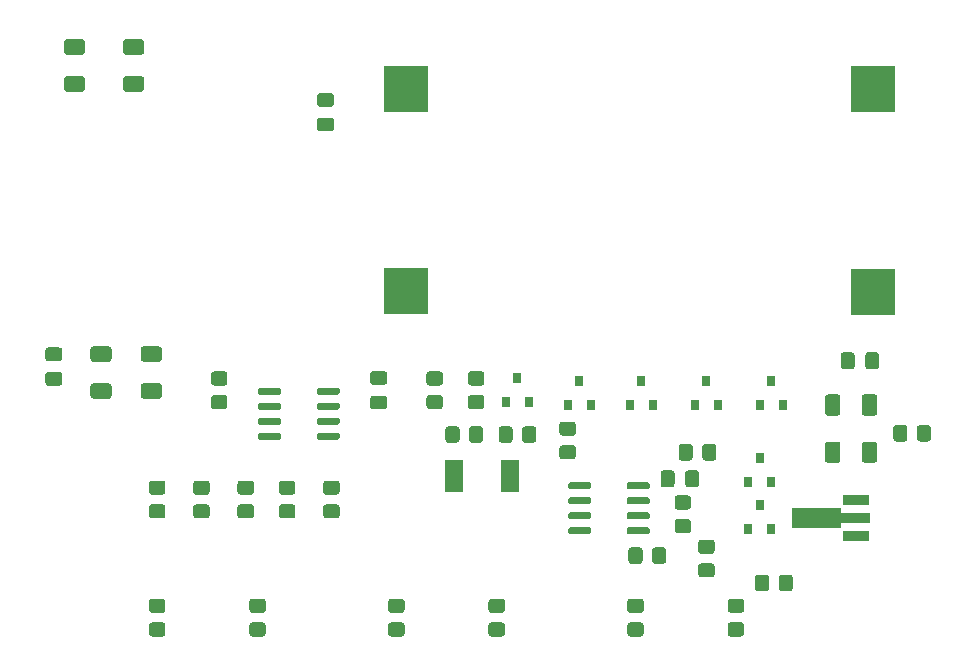
<source format=gbr>
G04 #@! TF.GenerationSoftware,KiCad,Pcbnew,5.1.10-88a1d61d58~90~ubuntu20.04.1*
G04 #@! TF.CreationDate,2021-10-05T01:19:17+01:00*
G04 #@! TF.ProjectId,lipo-discharge-protection-board,6c69706f-2d64-4697-9363-68617267652d,1*
G04 #@! TF.SameCoordinates,Original*
G04 #@! TF.FileFunction,Paste,Top*
G04 #@! TF.FilePolarity,Positive*
%FSLAX46Y46*%
G04 Gerber Fmt 4.6, Leading zero omitted, Abs format (unit mm)*
G04 Created by KiCad (PCBNEW 5.1.10-88a1d61d58~90~ubuntu20.04.1) date 2021-10-05 01:19:17*
%MOMM*%
%LPD*%
G01*
G04 APERTURE LIST*
%ADD10R,3.800000X4.000000*%
%ADD11R,1.500000X2.700000*%
%ADD12R,0.800000X0.900000*%
%ADD13R,2.300000X0.900000*%
%ADD14C,0.152400*%
G04 APERTURE END LIST*
D10*
X91325800Y-65151600D03*
X91325800Y-47981200D03*
X51854200Y-47981200D03*
X51854200Y-65126200D03*
G36*
G01*
X21525000Y-69875000D02*
X22475000Y-69875000D01*
G75*
G02*
X22725000Y-70125000I0J-250000D01*
G01*
X22725000Y-70800000D01*
G75*
G02*
X22475000Y-71050000I-250000J0D01*
G01*
X21525000Y-71050000D01*
G75*
G02*
X21275000Y-70800000I0J250000D01*
G01*
X21275000Y-70125000D01*
G75*
G02*
X21525000Y-69875000I250000J0D01*
G01*
G37*
G36*
G01*
X21525000Y-71950000D02*
X22475000Y-71950000D01*
G75*
G02*
X22725000Y-72200000I0J-250000D01*
G01*
X22725000Y-72875000D01*
G75*
G02*
X22475000Y-73125000I-250000J0D01*
G01*
X21525000Y-73125000D01*
G75*
G02*
X21275000Y-72875000I0J250000D01*
G01*
X21275000Y-72200000D01*
G75*
G02*
X21525000Y-71950000I250000J0D01*
G01*
G37*
G36*
G01*
X25349998Y-72900000D02*
X26650002Y-72900000D01*
G75*
G02*
X26900000Y-73149998I0J-249998D01*
G01*
X26900000Y-73975002D01*
G75*
G02*
X26650002Y-74225000I-249998J0D01*
G01*
X25349998Y-74225000D01*
G75*
G02*
X25100000Y-73975002I0J249998D01*
G01*
X25100000Y-73149998D01*
G75*
G02*
X25349998Y-72900000I249998J0D01*
G01*
G37*
G36*
G01*
X25349998Y-69775000D02*
X26650002Y-69775000D01*
G75*
G02*
X26900000Y-70024998I0J-249998D01*
G01*
X26900000Y-70850002D01*
G75*
G02*
X26650002Y-71100000I-249998J0D01*
G01*
X25349998Y-71100000D01*
G75*
G02*
X25100000Y-70850002I0J249998D01*
G01*
X25100000Y-70024998D01*
G75*
G02*
X25349998Y-69775000I249998J0D01*
G01*
G37*
G36*
G01*
X89800000Y-70525000D02*
X89800000Y-71475000D01*
G75*
G02*
X89550000Y-71725000I-250000J0D01*
G01*
X88875000Y-71725000D01*
G75*
G02*
X88625000Y-71475000I0J250000D01*
G01*
X88625000Y-70525000D01*
G75*
G02*
X88875000Y-70275000I250000J0D01*
G01*
X89550000Y-70275000D01*
G75*
G02*
X89800000Y-70525000I0J-250000D01*
G01*
G37*
G36*
G01*
X91875000Y-70525000D02*
X91875000Y-71475000D01*
G75*
G02*
X91625000Y-71725000I-250000J0D01*
G01*
X90950000Y-71725000D01*
G75*
G02*
X90700000Y-71475000I0J250000D01*
G01*
X90700000Y-70525000D01*
G75*
G02*
X90950000Y-70275000I250000J0D01*
G01*
X91625000Y-70275000D01*
G75*
G02*
X91875000Y-70525000I0J-250000D01*
G01*
G37*
G36*
G01*
X29599998Y-69775000D02*
X30900002Y-69775000D01*
G75*
G02*
X31150000Y-70024998I0J-249998D01*
G01*
X31150000Y-70850002D01*
G75*
G02*
X30900002Y-71100000I-249998J0D01*
G01*
X29599998Y-71100000D01*
G75*
G02*
X29350000Y-70850002I0J249998D01*
G01*
X29350000Y-70024998D01*
G75*
G02*
X29599998Y-69775000I249998J0D01*
G01*
G37*
G36*
G01*
X29599998Y-72900000D02*
X30900002Y-72900000D01*
G75*
G02*
X31150000Y-73149998I0J-249998D01*
G01*
X31150000Y-73975002D01*
G75*
G02*
X30900002Y-74225000I-249998J0D01*
G01*
X29599998Y-74225000D01*
G75*
G02*
X29350000Y-73975002I0J249998D01*
G01*
X29350000Y-73149998D01*
G75*
G02*
X29599998Y-72900000I249998J0D01*
G01*
G37*
G36*
G01*
X88600000Y-74099998D02*
X88600000Y-75400002D01*
G75*
G02*
X88350002Y-75650000I-249998J0D01*
G01*
X87524998Y-75650000D01*
G75*
G02*
X87275000Y-75400002I0J249998D01*
G01*
X87275000Y-74099998D01*
G75*
G02*
X87524998Y-73850000I249998J0D01*
G01*
X88350002Y-73850000D01*
G75*
G02*
X88600000Y-74099998I0J-249998D01*
G01*
G37*
G36*
G01*
X91725000Y-74099998D02*
X91725000Y-75400002D01*
G75*
G02*
X91475002Y-75650000I-249998J0D01*
G01*
X90649998Y-75650000D01*
G75*
G02*
X90400000Y-75400002I0J249998D01*
G01*
X90400000Y-74099998D01*
G75*
G02*
X90649998Y-73850000I249998J0D01*
G01*
X91475002Y-73850000D01*
G75*
G02*
X91725000Y-74099998I0J-249998D01*
G01*
G37*
G36*
G01*
X91725000Y-78099998D02*
X91725000Y-79400002D01*
G75*
G02*
X91475002Y-79650000I-249998J0D01*
G01*
X90649998Y-79650000D01*
G75*
G02*
X90400000Y-79400002I0J249998D01*
G01*
X90400000Y-78099998D01*
G75*
G02*
X90649998Y-77850000I249998J0D01*
G01*
X91475002Y-77850000D01*
G75*
G02*
X91725000Y-78099998I0J-249998D01*
G01*
G37*
G36*
G01*
X88600000Y-78099998D02*
X88600000Y-79400002D01*
G75*
G02*
X88350002Y-79650000I-249998J0D01*
G01*
X87524998Y-79650000D01*
G75*
G02*
X87275000Y-79400002I0J249998D01*
G01*
X87275000Y-78099998D01*
G75*
G02*
X87524998Y-77850000I249998J0D01*
G01*
X88350002Y-77850000D01*
G75*
G02*
X88600000Y-78099998I0J-249998D01*
G01*
G37*
G36*
G01*
X44525000Y-48337500D02*
X45475000Y-48337500D01*
G75*
G02*
X45725000Y-48587500I0J-250000D01*
G01*
X45725000Y-49262500D01*
G75*
G02*
X45475000Y-49512500I-250000J0D01*
G01*
X44525000Y-49512500D01*
G75*
G02*
X44275000Y-49262500I0J250000D01*
G01*
X44275000Y-48587500D01*
G75*
G02*
X44525000Y-48337500I250000J0D01*
G01*
G37*
G36*
G01*
X44525000Y-50412500D02*
X45475000Y-50412500D01*
G75*
G02*
X45725000Y-50662500I0J-250000D01*
G01*
X45725000Y-51337500D01*
G75*
G02*
X45475000Y-51587500I-250000J0D01*
G01*
X44525000Y-51587500D01*
G75*
G02*
X44275000Y-51337500I0J250000D01*
G01*
X44275000Y-50662500D01*
G75*
G02*
X44525000Y-50412500I250000J0D01*
G01*
G37*
G36*
G01*
X23099998Y-46900000D02*
X24400002Y-46900000D01*
G75*
G02*
X24650000Y-47149998I0J-249998D01*
G01*
X24650000Y-47975002D01*
G75*
G02*
X24400002Y-48225000I-249998J0D01*
G01*
X23099998Y-48225000D01*
G75*
G02*
X22850000Y-47975002I0J249998D01*
G01*
X22850000Y-47149998D01*
G75*
G02*
X23099998Y-46900000I249998J0D01*
G01*
G37*
G36*
G01*
X23099998Y-43775000D02*
X24400002Y-43775000D01*
G75*
G02*
X24650000Y-44024998I0J-249998D01*
G01*
X24650000Y-44850002D01*
G75*
G02*
X24400002Y-45100000I-249998J0D01*
G01*
X23099998Y-45100000D01*
G75*
G02*
X22850000Y-44850002I0J249998D01*
G01*
X22850000Y-44024998D01*
G75*
G02*
X23099998Y-43775000I249998J0D01*
G01*
G37*
G36*
G01*
X49975000Y-75125000D02*
X49025000Y-75125000D01*
G75*
G02*
X48775000Y-74875000I0J250000D01*
G01*
X48775000Y-74200000D01*
G75*
G02*
X49025000Y-73950000I250000J0D01*
G01*
X49975000Y-73950000D01*
G75*
G02*
X50225000Y-74200000I0J-250000D01*
G01*
X50225000Y-74875000D01*
G75*
G02*
X49975000Y-75125000I-250000J0D01*
G01*
G37*
G36*
G01*
X49975000Y-73050000D02*
X49025000Y-73050000D01*
G75*
G02*
X48775000Y-72800000I0J250000D01*
G01*
X48775000Y-72125000D01*
G75*
G02*
X49025000Y-71875000I250000J0D01*
G01*
X49975000Y-71875000D01*
G75*
G02*
X50225000Y-72125000I0J-250000D01*
G01*
X50225000Y-72800000D01*
G75*
G02*
X49975000Y-73050000I-250000J0D01*
G01*
G37*
G36*
G01*
X28099998Y-43775000D02*
X29400002Y-43775000D01*
G75*
G02*
X29650000Y-44024998I0J-249998D01*
G01*
X29650000Y-44850002D01*
G75*
G02*
X29400002Y-45100000I-249998J0D01*
G01*
X28099998Y-45100000D01*
G75*
G02*
X27850000Y-44850002I0J249998D01*
G01*
X27850000Y-44024998D01*
G75*
G02*
X28099998Y-43775000I249998J0D01*
G01*
G37*
G36*
G01*
X28099998Y-46900000D02*
X29400002Y-46900000D01*
G75*
G02*
X29650000Y-47149998I0J-249998D01*
G01*
X29650000Y-47975002D01*
G75*
G02*
X29400002Y-48225000I-249998J0D01*
G01*
X28099998Y-48225000D01*
G75*
G02*
X27850000Y-47975002I0J249998D01*
G01*
X27850000Y-47149998D01*
G75*
G02*
X28099998Y-46900000I249998J0D01*
G01*
G37*
D11*
X55850000Y-80750000D03*
X60650000Y-80750000D03*
D12*
X61250000Y-72500000D03*
X62200000Y-74500000D03*
X60300000Y-74500000D03*
X81800000Y-74750000D03*
X83700000Y-74750000D03*
X82750000Y-72750000D03*
X71750000Y-72750000D03*
X72700000Y-74750000D03*
X70800000Y-74750000D03*
X76300000Y-74750000D03*
X78200000Y-74750000D03*
X77250000Y-72750000D03*
X65550000Y-74750000D03*
X67450000Y-74750000D03*
X66500000Y-72750000D03*
G36*
G01*
X46200000Y-77255000D02*
X46200000Y-77555000D01*
G75*
G02*
X46050000Y-77705000I-150000J0D01*
G01*
X44400000Y-77705000D01*
G75*
G02*
X44250000Y-77555000I0J150000D01*
G01*
X44250000Y-77255000D01*
G75*
G02*
X44400000Y-77105000I150000J0D01*
G01*
X46050000Y-77105000D01*
G75*
G02*
X46200000Y-77255000I0J-150000D01*
G01*
G37*
G36*
G01*
X46200000Y-75985000D02*
X46200000Y-76285000D01*
G75*
G02*
X46050000Y-76435000I-150000J0D01*
G01*
X44400000Y-76435000D01*
G75*
G02*
X44250000Y-76285000I0J150000D01*
G01*
X44250000Y-75985000D01*
G75*
G02*
X44400000Y-75835000I150000J0D01*
G01*
X46050000Y-75835000D01*
G75*
G02*
X46200000Y-75985000I0J-150000D01*
G01*
G37*
G36*
G01*
X46200000Y-74715000D02*
X46200000Y-75015000D01*
G75*
G02*
X46050000Y-75165000I-150000J0D01*
G01*
X44400000Y-75165000D01*
G75*
G02*
X44250000Y-75015000I0J150000D01*
G01*
X44250000Y-74715000D01*
G75*
G02*
X44400000Y-74565000I150000J0D01*
G01*
X46050000Y-74565000D01*
G75*
G02*
X46200000Y-74715000I0J-150000D01*
G01*
G37*
G36*
G01*
X46200000Y-73445000D02*
X46200000Y-73745000D01*
G75*
G02*
X46050000Y-73895000I-150000J0D01*
G01*
X44400000Y-73895000D01*
G75*
G02*
X44250000Y-73745000I0J150000D01*
G01*
X44250000Y-73445000D01*
G75*
G02*
X44400000Y-73295000I150000J0D01*
G01*
X46050000Y-73295000D01*
G75*
G02*
X46200000Y-73445000I0J-150000D01*
G01*
G37*
G36*
G01*
X41250000Y-73445000D02*
X41250000Y-73745000D01*
G75*
G02*
X41100000Y-73895000I-150000J0D01*
G01*
X39450000Y-73895000D01*
G75*
G02*
X39300000Y-73745000I0J150000D01*
G01*
X39300000Y-73445000D01*
G75*
G02*
X39450000Y-73295000I150000J0D01*
G01*
X41100000Y-73295000D01*
G75*
G02*
X41250000Y-73445000I0J-150000D01*
G01*
G37*
G36*
G01*
X41250000Y-74715000D02*
X41250000Y-75015000D01*
G75*
G02*
X41100000Y-75165000I-150000J0D01*
G01*
X39450000Y-75165000D01*
G75*
G02*
X39300000Y-75015000I0J150000D01*
G01*
X39300000Y-74715000D01*
G75*
G02*
X39450000Y-74565000I150000J0D01*
G01*
X41100000Y-74565000D01*
G75*
G02*
X41250000Y-74715000I0J-150000D01*
G01*
G37*
G36*
G01*
X41250000Y-75985000D02*
X41250000Y-76285000D01*
G75*
G02*
X41100000Y-76435000I-150000J0D01*
G01*
X39450000Y-76435000D01*
G75*
G02*
X39300000Y-76285000I0J150000D01*
G01*
X39300000Y-75985000D01*
G75*
G02*
X39450000Y-75835000I150000J0D01*
G01*
X41100000Y-75835000D01*
G75*
G02*
X41250000Y-75985000I0J-150000D01*
G01*
G37*
G36*
G01*
X41250000Y-77255000D02*
X41250000Y-77555000D01*
G75*
G02*
X41100000Y-77705000I-150000J0D01*
G01*
X39450000Y-77705000D01*
G75*
G02*
X39300000Y-77555000I0J150000D01*
G01*
X39300000Y-77255000D01*
G75*
G02*
X39450000Y-77105000I150000J0D01*
G01*
X41100000Y-77105000D01*
G75*
G02*
X41250000Y-77255000I0J-150000D01*
G01*
G37*
G36*
G01*
X76625000Y-80525000D02*
X76625000Y-81475000D01*
G75*
G02*
X76375000Y-81725000I-250000J0D01*
G01*
X75700000Y-81725000D01*
G75*
G02*
X75450000Y-81475000I0J250000D01*
G01*
X75450000Y-80525000D01*
G75*
G02*
X75700000Y-80275000I250000J0D01*
G01*
X76375000Y-80275000D01*
G75*
G02*
X76625000Y-80525000I0J-250000D01*
G01*
G37*
G36*
G01*
X74550000Y-80525000D02*
X74550000Y-81475000D01*
G75*
G02*
X74300000Y-81725000I-250000J0D01*
G01*
X73625000Y-81725000D01*
G75*
G02*
X73375000Y-81475000I0J250000D01*
G01*
X73375000Y-80525000D01*
G75*
G02*
X73625000Y-80275000I250000J0D01*
G01*
X74300000Y-80275000D01*
G75*
G02*
X74550000Y-80525000I0J-250000D01*
G01*
G37*
G36*
G01*
X73850000Y-87049999D02*
X73850000Y-87950001D01*
G75*
G02*
X73600001Y-88200000I-249999J0D01*
G01*
X72899999Y-88200000D01*
G75*
G02*
X72650000Y-87950001I0J249999D01*
G01*
X72650000Y-87049999D01*
G75*
G02*
X72899999Y-86800000I249999J0D01*
G01*
X73600001Y-86800000D01*
G75*
G02*
X73850000Y-87049999I0J-249999D01*
G01*
G37*
G36*
G01*
X71850000Y-87049999D02*
X71850000Y-87950001D01*
G75*
G02*
X71600001Y-88200000I-249999J0D01*
G01*
X70899999Y-88200000D01*
G75*
G02*
X70650000Y-87950001I0J249999D01*
G01*
X70650000Y-87049999D01*
G75*
G02*
X70899999Y-86800000I249999J0D01*
G01*
X71600001Y-86800000D01*
G75*
G02*
X71850000Y-87049999I0J-249999D01*
G01*
G37*
G36*
G01*
X65049999Y-76150000D02*
X65950001Y-76150000D01*
G75*
G02*
X66200000Y-76399999I0J-249999D01*
G01*
X66200000Y-77100001D01*
G75*
G02*
X65950001Y-77350000I-249999J0D01*
G01*
X65049999Y-77350000D01*
G75*
G02*
X64800000Y-77100001I0J249999D01*
G01*
X64800000Y-76399999D01*
G75*
G02*
X65049999Y-76150000I249999J0D01*
G01*
G37*
G36*
G01*
X65049999Y-78150000D02*
X65950001Y-78150000D01*
G75*
G02*
X66200000Y-78399999I0J-249999D01*
G01*
X66200000Y-79100001D01*
G75*
G02*
X65950001Y-79350000I-249999J0D01*
G01*
X65049999Y-79350000D01*
G75*
G02*
X64800000Y-79100001I0J249999D01*
G01*
X64800000Y-78399999D01*
G75*
G02*
X65049999Y-78150000I249999J0D01*
G01*
G37*
G36*
G01*
X93065800Y-77589801D02*
X93065800Y-76689799D01*
G75*
G02*
X93315799Y-76439800I249999J0D01*
G01*
X94015801Y-76439800D01*
G75*
G02*
X94265800Y-76689799I0J-249999D01*
G01*
X94265800Y-77589801D01*
G75*
G02*
X94015801Y-77839800I-249999J0D01*
G01*
X93315799Y-77839800D01*
G75*
G02*
X93065800Y-77589801I0J249999D01*
G01*
G37*
G36*
G01*
X95065800Y-77589801D02*
X95065800Y-76689799D01*
G75*
G02*
X95315799Y-76439800I249999J0D01*
G01*
X96015801Y-76439800D01*
G75*
G02*
X96265800Y-76689799I0J-249999D01*
G01*
X96265800Y-77589801D01*
G75*
G02*
X96015801Y-77839800I-249999J0D01*
G01*
X95315799Y-77839800D01*
G75*
G02*
X95065800Y-77589801I0J249999D01*
G01*
G37*
G36*
G01*
X83356400Y-90264401D02*
X83356400Y-89364399D01*
G75*
G02*
X83606399Y-89114400I249999J0D01*
G01*
X84306401Y-89114400D01*
G75*
G02*
X84556400Y-89364399I0J-249999D01*
G01*
X84556400Y-90264401D01*
G75*
G02*
X84306401Y-90514400I-249999J0D01*
G01*
X83606399Y-90514400D01*
G75*
G02*
X83356400Y-90264401I0J249999D01*
G01*
G37*
G36*
G01*
X81356400Y-90264401D02*
X81356400Y-89364399D01*
G75*
G02*
X81606399Y-89114400I249999J0D01*
G01*
X82306401Y-89114400D01*
G75*
G02*
X82556400Y-89364399I0J-249999D01*
G01*
X82556400Y-90264401D01*
G75*
G02*
X82306401Y-90514400I-249999J0D01*
G01*
X81606399Y-90514400D01*
G75*
G02*
X81356400Y-90264401I0J249999D01*
G01*
G37*
G36*
G01*
X72450000Y-85255000D02*
X72450000Y-85555000D01*
G75*
G02*
X72300000Y-85705000I-150000J0D01*
G01*
X70650000Y-85705000D01*
G75*
G02*
X70500000Y-85555000I0J150000D01*
G01*
X70500000Y-85255000D01*
G75*
G02*
X70650000Y-85105000I150000J0D01*
G01*
X72300000Y-85105000D01*
G75*
G02*
X72450000Y-85255000I0J-150000D01*
G01*
G37*
G36*
G01*
X72450000Y-83985000D02*
X72450000Y-84285000D01*
G75*
G02*
X72300000Y-84435000I-150000J0D01*
G01*
X70650000Y-84435000D01*
G75*
G02*
X70500000Y-84285000I0J150000D01*
G01*
X70500000Y-83985000D01*
G75*
G02*
X70650000Y-83835000I150000J0D01*
G01*
X72300000Y-83835000D01*
G75*
G02*
X72450000Y-83985000I0J-150000D01*
G01*
G37*
G36*
G01*
X72450000Y-82715000D02*
X72450000Y-83015000D01*
G75*
G02*
X72300000Y-83165000I-150000J0D01*
G01*
X70650000Y-83165000D01*
G75*
G02*
X70500000Y-83015000I0J150000D01*
G01*
X70500000Y-82715000D01*
G75*
G02*
X70650000Y-82565000I150000J0D01*
G01*
X72300000Y-82565000D01*
G75*
G02*
X72450000Y-82715000I0J-150000D01*
G01*
G37*
G36*
G01*
X72450000Y-81445000D02*
X72450000Y-81745000D01*
G75*
G02*
X72300000Y-81895000I-150000J0D01*
G01*
X70650000Y-81895000D01*
G75*
G02*
X70500000Y-81745000I0J150000D01*
G01*
X70500000Y-81445000D01*
G75*
G02*
X70650000Y-81295000I150000J0D01*
G01*
X72300000Y-81295000D01*
G75*
G02*
X72450000Y-81445000I0J-150000D01*
G01*
G37*
G36*
G01*
X67500000Y-81445000D02*
X67500000Y-81745000D01*
G75*
G02*
X67350000Y-81895000I-150000J0D01*
G01*
X65700000Y-81895000D01*
G75*
G02*
X65550000Y-81745000I0J150000D01*
G01*
X65550000Y-81445000D01*
G75*
G02*
X65700000Y-81295000I150000J0D01*
G01*
X67350000Y-81295000D01*
G75*
G02*
X67500000Y-81445000I0J-150000D01*
G01*
G37*
G36*
G01*
X67500000Y-82715000D02*
X67500000Y-83015000D01*
G75*
G02*
X67350000Y-83165000I-150000J0D01*
G01*
X65700000Y-83165000D01*
G75*
G02*
X65550000Y-83015000I0J150000D01*
G01*
X65550000Y-82715000D01*
G75*
G02*
X65700000Y-82565000I150000J0D01*
G01*
X67350000Y-82565000D01*
G75*
G02*
X67500000Y-82715000I0J-150000D01*
G01*
G37*
G36*
G01*
X67500000Y-83985000D02*
X67500000Y-84285000D01*
G75*
G02*
X67350000Y-84435000I-150000J0D01*
G01*
X65700000Y-84435000D01*
G75*
G02*
X65550000Y-84285000I0J150000D01*
G01*
X65550000Y-83985000D01*
G75*
G02*
X65700000Y-83835000I150000J0D01*
G01*
X67350000Y-83835000D01*
G75*
G02*
X67500000Y-83985000I0J-150000D01*
G01*
G37*
G36*
G01*
X67500000Y-85255000D02*
X67500000Y-85555000D01*
G75*
G02*
X67350000Y-85705000I-150000J0D01*
G01*
X65700000Y-85705000D01*
G75*
G02*
X65550000Y-85555000I0J150000D01*
G01*
X65550000Y-85255000D01*
G75*
G02*
X65700000Y-85105000I150000J0D01*
G01*
X67350000Y-85105000D01*
G75*
G02*
X67500000Y-85255000I0J-150000D01*
G01*
G37*
D13*
X89950000Y-85800000D03*
X89950000Y-82800000D03*
D14*
G36*
X84500000Y-83433500D02*
G01*
X88625000Y-83433500D01*
X88625000Y-83850000D01*
X91100000Y-83850000D01*
X91100000Y-84750000D01*
X88625000Y-84750000D01*
X88625000Y-85166500D01*
X84500000Y-85166500D01*
X84500000Y-83433500D01*
G37*
G36*
G01*
X30299999Y-93150000D02*
X31200001Y-93150000D01*
G75*
G02*
X31450000Y-93399999I0J-249999D01*
G01*
X31450000Y-94100001D01*
G75*
G02*
X31200001Y-94350000I-249999J0D01*
G01*
X30299999Y-94350000D01*
G75*
G02*
X30050000Y-94100001I0J249999D01*
G01*
X30050000Y-93399999D01*
G75*
G02*
X30299999Y-93150000I249999J0D01*
G01*
G37*
G36*
G01*
X30299999Y-91150000D02*
X31200001Y-91150000D01*
G75*
G02*
X31450000Y-91399999I0J-249999D01*
G01*
X31450000Y-92100001D01*
G75*
G02*
X31200001Y-92350000I-249999J0D01*
G01*
X30299999Y-92350000D01*
G75*
G02*
X30050000Y-92100001I0J249999D01*
G01*
X30050000Y-91399999D01*
G75*
G02*
X30299999Y-91150000I249999J0D01*
G01*
G37*
G36*
G01*
X38799999Y-91150000D02*
X39700001Y-91150000D01*
G75*
G02*
X39950000Y-91399999I0J-249999D01*
G01*
X39950000Y-92100001D01*
G75*
G02*
X39700001Y-92350000I-249999J0D01*
G01*
X38799999Y-92350000D01*
G75*
G02*
X38550000Y-92100001I0J249999D01*
G01*
X38550000Y-91399999D01*
G75*
G02*
X38799999Y-91150000I249999J0D01*
G01*
G37*
G36*
G01*
X38799999Y-93150000D02*
X39700001Y-93150000D01*
G75*
G02*
X39950000Y-93399999I0J-249999D01*
G01*
X39950000Y-94100001D01*
G75*
G02*
X39700001Y-94350000I-249999J0D01*
G01*
X38799999Y-94350000D01*
G75*
G02*
X38550000Y-94100001I0J249999D01*
G01*
X38550000Y-93399999D01*
G75*
G02*
X38799999Y-93150000I249999J0D01*
G01*
G37*
G36*
G01*
X34950001Y-84350000D02*
X34049999Y-84350000D01*
G75*
G02*
X33800000Y-84100001I0J249999D01*
G01*
X33800000Y-83399999D01*
G75*
G02*
X34049999Y-83150000I249999J0D01*
G01*
X34950001Y-83150000D01*
G75*
G02*
X35200000Y-83399999I0J-249999D01*
G01*
X35200000Y-84100001D01*
G75*
G02*
X34950001Y-84350000I-249999J0D01*
G01*
G37*
G36*
G01*
X34950001Y-82350000D02*
X34049999Y-82350000D01*
G75*
G02*
X33800000Y-82100001I0J249999D01*
G01*
X33800000Y-81399999D01*
G75*
G02*
X34049999Y-81150000I249999J0D01*
G01*
X34950001Y-81150000D01*
G75*
G02*
X35200000Y-81399999I0J-249999D01*
G01*
X35200000Y-82100001D01*
G75*
G02*
X34950001Y-82350000I-249999J0D01*
G01*
G37*
G36*
G01*
X30299999Y-83150000D02*
X31200001Y-83150000D01*
G75*
G02*
X31450000Y-83399999I0J-249999D01*
G01*
X31450000Y-84100001D01*
G75*
G02*
X31200001Y-84350000I-249999J0D01*
G01*
X30299999Y-84350000D01*
G75*
G02*
X30050000Y-84100001I0J249999D01*
G01*
X30050000Y-83399999D01*
G75*
G02*
X30299999Y-83150000I249999J0D01*
G01*
G37*
G36*
G01*
X30299999Y-81150000D02*
X31200001Y-81150000D01*
G75*
G02*
X31450000Y-81399999I0J-249999D01*
G01*
X31450000Y-82100001D01*
G75*
G02*
X31200001Y-82350000I-249999J0D01*
G01*
X30299999Y-82350000D01*
G75*
G02*
X30050000Y-82100001I0J249999D01*
G01*
X30050000Y-81399999D01*
G75*
G02*
X30299999Y-81150000I249999J0D01*
G01*
G37*
G36*
G01*
X50549999Y-93150000D02*
X51450001Y-93150000D01*
G75*
G02*
X51700000Y-93399999I0J-249999D01*
G01*
X51700000Y-94100001D01*
G75*
G02*
X51450001Y-94350000I-249999J0D01*
G01*
X50549999Y-94350000D01*
G75*
G02*
X50300000Y-94100001I0J249999D01*
G01*
X50300000Y-93399999D01*
G75*
G02*
X50549999Y-93150000I249999J0D01*
G01*
G37*
G36*
G01*
X50549999Y-91150000D02*
X51450001Y-91150000D01*
G75*
G02*
X51700000Y-91399999I0J-249999D01*
G01*
X51700000Y-92100001D01*
G75*
G02*
X51450001Y-92350000I-249999J0D01*
G01*
X50549999Y-92350000D01*
G75*
G02*
X50300000Y-92100001I0J249999D01*
G01*
X50300000Y-91399999D01*
G75*
G02*
X50549999Y-91150000I249999J0D01*
G01*
G37*
G36*
G01*
X59049999Y-91150000D02*
X59950001Y-91150000D01*
G75*
G02*
X60200000Y-91399999I0J-249999D01*
G01*
X60200000Y-92100001D01*
G75*
G02*
X59950001Y-92350000I-249999J0D01*
G01*
X59049999Y-92350000D01*
G75*
G02*
X58800000Y-92100001I0J249999D01*
G01*
X58800000Y-91399999D01*
G75*
G02*
X59049999Y-91150000I249999J0D01*
G01*
G37*
G36*
G01*
X59049999Y-93150000D02*
X59950001Y-93150000D01*
G75*
G02*
X60200000Y-93399999I0J-249999D01*
G01*
X60200000Y-94100001D01*
G75*
G02*
X59950001Y-94350000I-249999J0D01*
G01*
X59049999Y-94350000D01*
G75*
G02*
X58800000Y-94100001I0J249999D01*
G01*
X58800000Y-93399999D01*
G75*
G02*
X59049999Y-93150000I249999J0D01*
G01*
G37*
G36*
G01*
X42200001Y-82350000D02*
X41299999Y-82350000D01*
G75*
G02*
X41050000Y-82100001I0J249999D01*
G01*
X41050000Y-81399999D01*
G75*
G02*
X41299999Y-81150000I249999J0D01*
G01*
X42200001Y-81150000D01*
G75*
G02*
X42450000Y-81399999I0J-249999D01*
G01*
X42450000Y-82100001D01*
G75*
G02*
X42200001Y-82350000I-249999J0D01*
G01*
G37*
G36*
G01*
X42200001Y-84350000D02*
X41299999Y-84350000D01*
G75*
G02*
X41050000Y-84100001I0J249999D01*
G01*
X41050000Y-83399999D01*
G75*
G02*
X41299999Y-83150000I249999J0D01*
G01*
X42200001Y-83150000D01*
G75*
G02*
X42450000Y-83399999I0J-249999D01*
G01*
X42450000Y-84100001D01*
G75*
G02*
X42200001Y-84350000I-249999J0D01*
G01*
G37*
G36*
G01*
X37799999Y-83150000D02*
X38700001Y-83150000D01*
G75*
G02*
X38950000Y-83399999I0J-249999D01*
G01*
X38950000Y-84100001D01*
G75*
G02*
X38700001Y-84350000I-249999J0D01*
G01*
X37799999Y-84350000D01*
G75*
G02*
X37550000Y-84100001I0J249999D01*
G01*
X37550000Y-83399999D01*
G75*
G02*
X37799999Y-83150000I249999J0D01*
G01*
G37*
G36*
G01*
X37799999Y-81150000D02*
X38700001Y-81150000D01*
G75*
G02*
X38950000Y-81399999I0J-249999D01*
G01*
X38950000Y-82100001D01*
G75*
G02*
X38700001Y-82350000I-249999J0D01*
G01*
X37799999Y-82350000D01*
G75*
G02*
X37550000Y-82100001I0J249999D01*
G01*
X37550000Y-81399999D01*
G75*
G02*
X37799999Y-81150000I249999J0D01*
G01*
G37*
G36*
G01*
X70799999Y-91150000D02*
X71700001Y-91150000D01*
G75*
G02*
X71950000Y-91399999I0J-249999D01*
G01*
X71950000Y-92100001D01*
G75*
G02*
X71700001Y-92350000I-249999J0D01*
G01*
X70799999Y-92350000D01*
G75*
G02*
X70550000Y-92100001I0J249999D01*
G01*
X70550000Y-91399999D01*
G75*
G02*
X70799999Y-91150000I249999J0D01*
G01*
G37*
G36*
G01*
X70799999Y-93150000D02*
X71700001Y-93150000D01*
G75*
G02*
X71950000Y-93399999I0J-249999D01*
G01*
X71950000Y-94100001D01*
G75*
G02*
X71700001Y-94350000I-249999J0D01*
G01*
X70799999Y-94350000D01*
G75*
G02*
X70550000Y-94100001I0J249999D01*
G01*
X70550000Y-93399999D01*
G75*
G02*
X70799999Y-93150000I249999J0D01*
G01*
G37*
G36*
G01*
X79299999Y-91150000D02*
X80200001Y-91150000D01*
G75*
G02*
X80450000Y-91399999I0J-249999D01*
G01*
X80450000Y-92100001D01*
G75*
G02*
X80200001Y-92350000I-249999J0D01*
G01*
X79299999Y-92350000D01*
G75*
G02*
X79050000Y-92100001I0J249999D01*
G01*
X79050000Y-91399999D01*
G75*
G02*
X79299999Y-91150000I249999J0D01*
G01*
G37*
G36*
G01*
X79299999Y-93150000D02*
X80200001Y-93150000D01*
G75*
G02*
X80450000Y-93399999I0J-249999D01*
G01*
X80450000Y-94100001D01*
G75*
G02*
X80200001Y-94350000I-249999J0D01*
G01*
X79299999Y-94350000D01*
G75*
G02*
X79050000Y-94100001I0J249999D01*
G01*
X79050000Y-93399999D01*
G75*
G02*
X79299999Y-93150000I249999J0D01*
G01*
G37*
G36*
G01*
X45049999Y-81150000D02*
X45950001Y-81150000D01*
G75*
G02*
X46200000Y-81399999I0J-249999D01*
G01*
X46200000Y-82100001D01*
G75*
G02*
X45950001Y-82350000I-249999J0D01*
G01*
X45049999Y-82350000D01*
G75*
G02*
X44800000Y-82100001I0J249999D01*
G01*
X44800000Y-81399999D01*
G75*
G02*
X45049999Y-81150000I249999J0D01*
G01*
G37*
G36*
G01*
X45049999Y-83150000D02*
X45950001Y-83150000D01*
G75*
G02*
X46200000Y-83399999I0J-249999D01*
G01*
X46200000Y-84100001D01*
G75*
G02*
X45950001Y-84350000I-249999J0D01*
G01*
X45049999Y-84350000D01*
G75*
G02*
X44800000Y-84100001I0J249999D01*
G01*
X44800000Y-83399999D01*
G75*
G02*
X45049999Y-83150000I249999J0D01*
G01*
G37*
G36*
G01*
X35549999Y-71900000D02*
X36450001Y-71900000D01*
G75*
G02*
X36700000Y-72149999I0J-249999D01*
G01*
X36700000Y-72850001D01*
G75*
G02*
X36450001Y-73100000I-249999J0D01*
G01*
X35549999Y-73100000D01*
G75*
G02*
X35300000Y-72850001I0J249999D01*
G01*
X35300000Y-72149999D01*
G75*
G02*
X35549999Y-71900000I249999J0D01*
G01*
G37*
G36*
G01*
X35549999Y-73900000D02*
X36450001Y-73900000D01*
G75*
G02*
X36700000Y-74149999I0J-249999D01*
G01*
X36700000Y-74850001D01*
G75*
G02*
X36450001Y-75100000I-249999J0D01*
G01*
X35549999Y-75100000D01*
G75*
G02*
X35300000Y-74850001I0J249999D01*
G01*
X35300000Y-74149999D01*
G75*
G02*
X35549999Y-73900000I249999J0D01*
G01*
G37*
G36*
G01*
X53799999Y-71900000D02*
X54700001Y-71900000D01*
G75*
G02*
X54950000Y-72149999I0J-249999D01*
G01*
X54950000Y-72850001D01*
G75*
G02*
X54700001Y-73100000I-249999J0D01*
G01*
X53799999Y-73100000D01*
G75*
G02*
X53550000Y-72850001I0J249999D01*
G01*
X53550000Y-72149999D01*
G75*
G02*
X53799999Y-71900000I249999J0D01*
G01*
G37*
G36*
G01*
X53799999Y-73900000D02*
X54700001Y-73900000D01*
G75*
G02*
X54950000Y-74149999I0J-249999D01*
G01*
X54950000Y-74850001D01*
G75*
G02*
X54700001Y-75100000I-249999J0D01*
G01*
X53799999Y-75100000D01*
G75*
G02*
X53550000Y-74850001I0J249999D01*
G01*
X53550000Y-74149999D01*
G75*
G02*
X53799999Y-73900000I249999J0D01*
G01*
G37*
G36*
G01*
X57150000Y-77700001D02*
X57150000Y-76799999D01*
G75*
G02*
X57399999Y-76550000I249999J0D01*
G01*
X58100001Y-76550000D01*
G75*
G02*
X58350000Y-76799999I0J-249999D01*
G01*
X58350000Y-77700001D01*
G75*
G02*
X58100001Y-77950000I-249999J0D01*
G01*
X57399999Y-77950000D01*
G75*
G02*
X57150000Y-77700001I0J249999D01*
G01*
G37*
G36*
G01*
X55150000Y-77700001D02*
X55150000Y-76799999D01*
G75*
G02*
X55399999Y-76550000I249999J0D01*
G01*
X56100001Y-76550000D01*
G75*
G02*
X56350000Y-76799999I0J-249999D01*
G01*
X56350000Y-77700001D01*
G75*
G02*
X56100001Y-77950000I-249999J0D01*
G01*
X55399999Y-77950000D01*
G75*
G02*
X55150000Y-77700001I0J249999D01*
G01*
G37*
G36*
G01*
X61650000Y-77700001D02*
X61650000Y-76799999D01*
G75*
G02*
X61899999Y-76550000I249999J0D01*
G01*
X62600001Y-76550000D01*
G75*
G02*
X62850000Y-76799999I0J-249999D01*
G01*
X62850000Y-77700001D01*
G75*
G02*
X62600001Y-77950000I-249999J0D01*
G01*
X61899999Y-77950000D01*
G75*
G02*
X61650000Y-77700001I0J249999D01*
G01*
G37*
G36*
G01*
X59650000Y-77700001D02*
X59650000Y-76799999D01*
G75*
G02*
X59899999Y-76550000I249999J0D01*
G01*
X60600001Y-76550000D01*
G75*
G02*
X60850000Y-76799999I0J-249999D01*
G01*
X60850000Y-77700001D01*
G75*
G02*
X60600001Y-77950000I-249999J0D01*
G01*
X59899999Y-77950000D01*
G75*
G02*
X59650000Y-77700001I0J249999D01*
G01*
G37*
G36*
G01*
X57299999Y-73900000D02*
X58200001Y-73900000D01*
G75*
G02*
X58450000Y-74149999I0J-249999D01*
G01*
X58450000Y-74850001D01*
G75*
G02*
X58200001Y-75100000I-249999J0D01*
G01*
X57299999Y-75100000D01*
G75*
G02*
X57050000Y-74850001I0J249999D01*
G01*
X57050000Y-74149999D01*
G75*
G02*
X57299999Y-73900000I249999J0D01*
G01*
G37*
G36*
G01*
X57299999Y-71900000D02*
X58200001Y-71900000D01*
G75*
G02*
X58450000Y-72149999I0J-249999D01*
G01*
X58450000Y-72850001D01*
G75*
G02*
X58200001Y-73100000I-249999J0D01*
G01*
X57299999Y-73100000D01*
G75*
G02*
X57050000Y-72850001I0J249999D01*
G01*
X57050000Y-72149999D01*
G75*
G02*
X57299999Y-71900000I249999J0D01*
G01*
G37*
D12*
X80800000Y-85250000D03*
X82700000Y-85250000D03*
X81750000Y-83250000D03*
X81750000Y-79250000D03*
X82700000Y-81250000D03*
X80800000Y-81250000D03*
G36*
G01*
X74799999Y-82400000D02*
X75700001Y-82400000D01*
G75*
G02*
X75950000Y-82649999I0J-249999D01*
G01*
X75950000Y-83350001D01*
G75*
G02*
X75700001Y-83600000I-249999J0D01*
G01*
X74799999Y-83600000D01*
G75*
G02*
X74550000Y-83350001I0J249999D01*
G01*
X74550000Y-82649999D01*
G75*
G02*
X74799999Y-82400000I249999J0D01*
G01*
G37*
G36*
G01*
X74799999Y-84400000D02*
X75700001Y-84400000D01*
G75*
G02*
X75950000Y-84649999I0J-249999D01*
G01*
X75950000Y-85350001D01*
G75*
G02*
X75700001Y-85600000I-249999J0D01*
G01*
X74799999Y-85600000D01*
G75*
G02*
X74550000Y-85350001I0J249999D01*
G01*
X74550000Y-84649999D01*
G75*
G02*
X74799999Y-84400000I249999J0D01*
G01*
G37*
G36*
G01*
X76799999Y-86150000D02*
X77700001Y-86150000D01*
G75*
G02*
X77950000Y-86399999I0J-249999D01*
G01*
X77950000Y-87100001D01*
G75*
G02*
X77700001Y-87350000I-249999J0D01*
G01*
X76799999Y-87350000D01*
G75*
G02*
X76550000Y-87100001I0J249999D01*
G01*
X76550000Y-86399999D01*
G75*
G02*
X76799999Y-86150000I249999J0D01*
G01*
G37*
G36*
G01*
X76799999Y-88150000D02*
X77700001Y-88150000D01*
G75*
G02*
X77950000Y-88399999I0J-249999D01*
G01*
X77950000Y-89100001D01*
G75*
G02*
X77700001Y-89350000I-249999J0D01*
G01*
X76799999Y-89350000D01*
G75*
G02*
X76550000Y-89100001I0J249999D01*
G01*
X76550000Y-88399999D01*
G75*
G02*
X76799999Y-88150000I249999J0D01*
G01*
G37*
G36*
G01*
X76900000Y-79200001D02*
X76900000Y-78299999D01*
G75*
G02*
X77149999Y-78050000I249999J0D01*
G01*
X77850001Y-78050000D01*
G75*
G02*
X78100000Y-78299999I0J-249999D01*
G01*
X78100000Y-79200001D01*
G75*
G02*
X77850001Y-79450000I-249999J0D01*
G01*
X77149999Y-79450000D01*
G75*
G02*
X76900000Y-79200001I0J249999D01*
G01*
G37*
G36*
G01*
X74900000Y-79200001D02*
X74900000Y-78299999D01*
G75*
G02*
X75149999Y-78050000I249999J0D01*
G01*
X75850001Y-78050000D01*
G75*
G02*
X76100000Y-78299999I0J-249999D01*
G01*
X76100000Y-79200001D01*
G75*
G02*
X75850001Y-79450000I-249999J0D01*
G01*
X75149999Y-79450000D01*
G75*
G02*
X74900000Y-79200001I0J249999D01*
G01*
G37*
M02*

</source>
